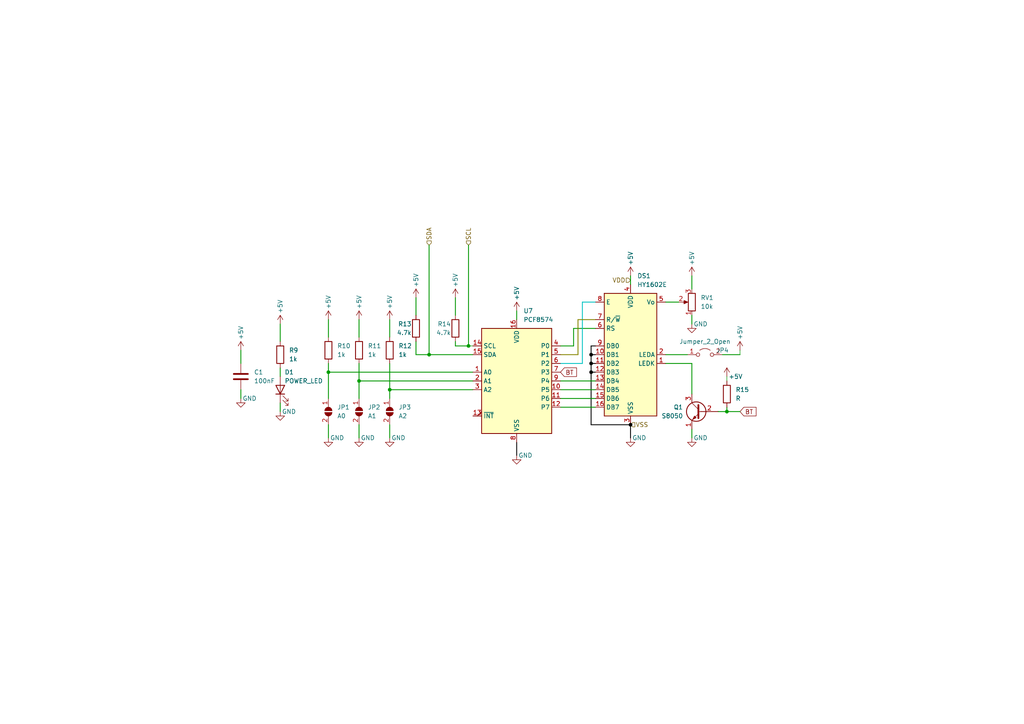
<source format=kicad_sch>
(kicad_sch (version 20231120) (generator "eeschema") (generator_version "8.0")
  (paper "A4")
  (lib_symbols
    (symbol "Device:C" (pin_numbers hide) (pin_names (offset 0.254))
      (property "Reference" "C" (at 0.635 2.54 0))
      (property "Value" "C" (at 0.635 -2.54 0))
      (symbol "C_0_1"
        (polyline (pts (xy -2.032 -0.762) (xy 2.032 -0.762)) (stroke (width 0.508)))
        (polyline (pts (xy -2.032 0.762) (xy 2.032 0.762)) (stroke (width 0.508)))
      )
      (symbol "C_1_1"
        (pin passive line (at 0 3.81 270) (length 2.794) (name "~") (number "1"))
        (pin passive line (at 0 -3.81 90) (length 2.794) (name "~") (number "2"))
      )
    )
    (symbol "Device:LED" (pin_numbers hide) (pin_names (offset 1.016) hide)
      (property "Reference" "D" (at 0 2.54 0))
      (property "Value" "LED" (at 0 -2.54 0))
      (symbol "LED_0_1"
        (polyline (pts (xy -1.27 -1.27) (xy -1.27 1.27)) (stroke (width 0.254)))
        (polyline (pts (xy -1.27 0) (xy 1.27 0)))
        (polyline (pts (xy 1.27 -1.27) (xy 1.27 1.27) (xy -1.27 0) (xy 1.27 -1.27)) (stroke (width 0.254)))
        (polyline (pts (xy -3.048 -0.762) (xy -4.572 -2.286) (xy -3.81 -2.286) (xy -4.572 -2.286) (xy -4.572 -1.524)))
        (polyline (pts (xy -1.778 -0.762) (xy -3.302 -2.286) (xy -2.54 -2.286) (xy -3.302 -2.286) (xy -3.302 -1.524)))
      )
      (symbol "LED_1_1"
        (pin passive line (at -3.81 0 0) (length 2.54) (name "K") (number "1"))
        (pin passive line (at 3.81 0 180) (length 2.54) (name "A") (number "2"))
      )
    )
    (symbol "Device:R" (pin_numbers hide) (pin_names (offset 0))
      (property "Reference" "R" (at 2.032 0 90))
      (property "Value" "R" (at 0 0 90))
      (symbol "R_0_1"
        (rectangle (start -1.016 -2.54) (end 1.016 2.54) (stroke (width 0.254)))
      )
      (symbol "R_1_1"
        (pin passive line (at 0 3.81 270) (length 1.27) (name "~") (number "1"))
        (pin passive line (at 0 -3.81 90) (length 1.27) (name "~") (number "2"))
      )
    )
    (symbol "Device:R_Potentiometer" (pin_names (offset 1.016) hide)
      (property "Reference" "RV" (at -4.445 0 90))
      (property "Value" "R_Potentiometer" (at -2.54 0 90))
      (symbol "R_Potentiometer_0_1"
        (polyline (pts (xy 2.54 0) (xy 1.524 0)))
        (polyline (pts (xy 1.143 0) (xy 2.286 0.508) (xy 2.286 -0.508) (xy 1.143 0)) (fill (type outline)))
        (rectangle (start 1.016 2.54) (end -1.016 -2.54) (stroke (width 0.254)))
      )
      (symbol "R_Potentiometer_1_1"
        (pin passive line (at 0 3.81 270) (length 1.27) (name "1") (number "1"))
        (pin passive line (at 3.81 0 180) (length 1.27) (name "2") (number "2"))
        (pin passive line (at 0 -3.81 90) (length 1.27) (name "3") (number "3"))
      )
    )
    (symbol "Display_Character:HY1602E"
      (property "Reference" "DS" (at -6.096 19.05 0))
      (property "Value" "HY1602E" (at 5.08 19.05 0))
      (symbol "HY1602E_0_1"
        (rectangle (start -7.62 17.78) (end 7.62 -17.78) (stroke (width 0.254)) (fill (type background)))
      )
      (symbol "HY1602E_1_1"
        (pin passive line (at 10.16 -2.54 180) (length 2.54) (name "LEDK") (number "1"))
        (pin bidirectional line (at -10.16 0 0) (length 2.54) (name "DB1") (number "10"))
        (pin bidirectional line (at -10.16 -2.54 0) (length 2.54) (name "DB2") (number "11"))
        (pin bidirectional line (at -10.16 -5.08 0) (length 2.54) (name "DB3") (number "12"))
        (pin bidirectional line (at -10.16 -7.62 0) (length 2.54) (name "DB4") (number "13"))
        (pin bidirectional line (at -10.16 -10.16 0) (length 2.54) (name "DB5") (number "14"))
        (pin bidirectional line (at -10.16 -12.7 0) (length 2.54) (name "DB6") (number "15"))
        (pin bidirectional line (at -10.16 -15.24 0) (length 2.54) (name "DB7") (number "16"))
        (pin passive line (at 10.16 0 180) (length 2.54) (name "LEDA") (number "2"))
        (pin power_in line (at 0 -20.32 90) (length 2.54) (name "VSS") (number "3"))
        (pin power_in line (at 0 20.32 270) (length 2.54) (name "VDD") (number "4"))
        (pin input line (at 10.16 15.24 180) (length 2.54) (name "Vo") (number "5"))
        (pin input line (at -10.16 7.62 0) (length 2.54) (name "RS") (number "6"))
        (pin input line (at -10.16 10.16 0) (length 2.54) (name "R/~{W}") (number "7"))
        (pin input line (at -10.16 15.24 0) (length 2.54) (name "E") (number "8"))
        (pin bidirectional line (at -10.16 2.54 0) (length 2.54) (name "DB0") (number "9"))
      )
    )
    (symbol "Interface_Expansion:PCF8574"
      (property "Reference" "U" (at -8.89 16.51 0))
      (property "Value" "PCF8574" (at 2.54 16.51 0))
      (symbol "PCF8574_0_1"
        (rectangle (start -10.16 15.24) (end 10.16 -15.24) (stroke (width 0.254)) (fill (type background)))
      )
      (symbol "PCF8574_1_1"
        (pin input line (at -12.7 2.54 0) (length 2.54) (name "A0") (number "1"))
        (pin bidirectional line (at 12.7 -2.54 180) (length 2.54) (name "P5") (number "10"))
        (pin bidirectional line (at 12.7 -5.08 180) (length 2.54) (name "P6") (number "11"))
        (pin bidirectional line (at 12.7 -7.62 180) (length 2.54) (name "P7") (number "12"))
        (pin open_collector output_low (at -12.7 -10.16 0) (length 2.54) (name "~{INT}") (number "13"))
        (pin input line (at -12.7 10.16 0) (length 2.54) (name "SCL") (number "14"))
        (pin bidirectional line (at -12.7 7.62 0) (length 2.54) (name "SDA") (number "15"))
        (pin power_in line (at 0 17.78 270) (length 2.54) (name "VDD") (number "16"))
        (pin input line (at -12.7 0 0) (length 2.54) (name "A1") (number "2"))
        (pin input line (at -12.7 -2.54 0) (length 2.54) (name "A2") (number "3"))
        (pin bidirectional line (at 12.7 10.16 180) (length 2.54) (name "P0") (number "4"))
        (pin bidirectional line (at 12.7 7.62 180) (length 2.54) (name "P1") (number "5"))
        (pin bidirectional line (at 12.7 5.08 180) (length 2.54) (name "P2") (number "6"))
        (pin bidirectional line (at 12.7 2.54 180) (length 2.54) (name "P3") (number "7"))
        (pin power_in line (at 0 -17.78 90) (length 2.54) (name "VSS") (number "8"))
        (pin bidirectional line (at 12.7 0 180) (length 2.54) (name "P4") (number "9"))
      )
    )
    (symbol "Jumper:Jumper_2_Open" (pin_names (offset 0) hide)
      (property "Reference" "JP" (at 0 2.794 0))
      (property "Value" "Jumper_2_Open" (at 0 -2.286 0))
      (symbol "Jumper_2_Open_0_0"
        (circle (center -2.032 0) (radius 0.508))
        (circle (center 2.032 0) (radius 0.508))
      )
      (symbol "Jumper_2_Open_0_1"
        (arc (start 1.524 1.27) (mid 0 1.778) (end -1.524 1.27))
      )
      (symbol "Jumper_2_Open_1_1"
        (pin passive line (at -5.08 0 0) (length 2.54) (name "A") (number "1"))
        (pin passive line (at 5.08 0 180) (length 2.54) (name "B") (number "2"))
      )
    )
    (symbol "Jumper:SolderJumper_2_Open" (pin_names (offset 0) hide)
      (property "Reference" "JP" (at 0 2.032 0))
      (property "Value" "SolderJumper_2_Open" (at 0 -2.54 0))
      (symbol "SolderJumper_2_Open_0_1"
        (arc (start -0.254 1.016) (mid -1.2656 0) (end -0.254 -1.016))
        (arc (start -0.254 1.016) (mid -1.2656 0) (end -0.254 -1.016) (fill (type outline)))
        (polyline (pts (xy -0.254 1.016) (xy -0.254 -1.016)))
        (polyline (pts (xy 0.254 1.016) (xy 0.254 -1.016)))
        (arc (start 0.254 -1.016) (mid 1.2656 0) (end 0.254 1.016))
        (arc (start 0.254 -1.016) (mid 1.2656 0) (end 0.254 1.016) (fill (type outline)))
      )
      (symbol "SolderJumper_2_Open_1_1"
        (pin passive line (at -3.81 0 0) (length 2.54) (name "A") (number "1"))
        (pin passive line (at 3.81 0 180) (length 2.54) (name "B") (number "2"))
      )
    )
    (symbol "Transistor_BJT:S8050" (pin_names (offset 0) hide)
      (property "Reference" "Q" (at 5.08 1.905 0))
      (property "Value" "S8050" (at 5.08 0 0))
      (symbol "S8050_0_1"
        (polyline (pts (xy 0 0) (xy 0.635 0)))
        (polyline (pts (xy 0.635 0.635) (xy 2.54 2.54)))
        (polyline (pts (xy 0.635 -0.635) (xy 2.54 -2.54) (xy 2.54 -2.54)))
        (polyline (pts (xy 0.635 1.905) (xy 0.635 -1.905) (xy 0.635 -1.905)) (stroke (width 0.508)))
        (polyline (pts (xy 1.27 -1.778) (xy 1.778 -1.27) (xy 2.286 -2.286) (xy 1.27 -1.778) (xy 1.27 -1.778)) (fill (type outline)))
        (circle (center 1.27 0) (radius 2.8194) (stroke (width 0.254)))
      )
      (symbol "S8050_1_1"
        (pin passive line (at 2.54 -5.08 90) (length 2.54) (name "E") (number "1"))
        (pin input line (at -5.08 0 0) (length 5.08) (name "B") (number "2"))
        (pin passive line (at 2.54 5.08 270) (length 2.54) (name "C") (number "3"))
      )
    )
    (symbol "power:+5V" (power) (pin_names (offset 0))
      (property "Value" "+5V" (at 0 3.556 0))
      (symbol "+5V_0_1"
        (polyline (pts (xy -0.762 1.27) (xy 0 2.54)))
        (polyline (pts (xy 0 0) (xy 0 2.54)))
        (polyline (pts (xy 0 2.54) (xy 0.762 1.27)))
      )
      (symbol "+5V_1_1"
        (pin power_in line (at 0 0 90) (length 0) hide (name "+5V") (number "1"))
      )
    )
    (symbol "power:GND" (power) (pin_names (offset 0))
      (property "Value" "GND" (at 0 -3.81 0))
      (symbol "GND_0_1"
        (polyline (pts (xy 0 0) (xy 0 -1.27) (xy 1.27 -1.27) (xy 0 -2.54) (xy -1.27 -1.27) (xy 0 -1.27)))
      )
      (symbol "GND_1_1"
        (pin power_in line (at 0 0 270) (length 0) hide (name "GND") (number "1"))
      )
    )
  )
  (junction (at 113.03 113.03))
  (junction (at 124.46 102.87))
  (junction (at 95.25 107.95))
  (junction (at 135.89 100.33))
  (junction (at 104.14 110.49))
  (junction (at 210.82 119.38))
  (junction (at 182.88 123.19) (color 0 0 0 1))
  (junction (at 171.45 102.87) (color 0 0 0 1))
  (junction (at 171.45 107.95) (color 0 0 0 1))
  (junction (at 171.45 105.41) (color 0 0 0 1))
  (wire (pts (xy 214.63 101.6) (xy 214.63 102.87)))
  (wire (pts (xy 95.25 92.71) (xy 95.25 97.79)) (stroke (width 0.25)))
  (wire (pts (xy 166.37 100.33) (xy 166.37 95.25)) (stroke (width 0.25)))
  (wire (pts (xy 104.14 110.49) (xy 137.16 110.49)) (stroke (width 0.25)))
  (wire (pts (xy 214.63 102.87) (xy 209.55 102.87)) (stroke (width 0.25)))
  (wire (pts (xy 200.66 91.44) (xy 200.66 93.98)) (stroke (width 0.25)))
  (wire (pts (xy 171.45 102.87) (xy 172.72 102.87)) (stroke (width 0.25) (color 0 0 0 1)))
  (wire (pts (xy 95.25 105.41) (xy 95.25 107.95)) (stroke (width 0.25)))
  (wire (pts (xy 182.88 80.01) (xy 182.88 82.55)) (stroke (width 0.25)))
  (wire (pts (xy 182.88 127) (xy 182.88 123.19)) (stroke (width 0.25) (color 0 0 0 1)))
  (wire (pts (xy 104.14 110.49) (xy 104.14 115.57)) (stroke (width 0.25)))
  (wire (pts (xy 113.03 113.03) (xy 137.16 113.03)) (stroke (width 0.25)))
  (wire (pts (xy 69.85 115.57) (xy 69.85 113.03)) (stroke (width 0.25)))
  (wire (pts (xy 168.91 105.41) (xy 168.91 87.63)) (stroke (width 0.25) (color 0 194 194 1)))
  (wire (pts (xy 104.14 92.71) (xy 104.14 97.79)) (stroke (width 0.25)))
  (wire (pts (xy 81.28 93.98) (xy 81.28 99.06)) (stroke (width 0.25)))
  (wire (pts (xy 149.86 90.17) (xy 149.86 92.71)) (stroke (width 0.25)))
  (wire (pts (xy 113.03 113.03) (xy 113.03 115.57)) (stroke (width 0.25)))
  (wire (pts (xy 172.72 118.11) (xy 162.56 118.11)) (stroke (width 0.25)))
  (wire (pts (xy 210.82 109.22) (xy 210.82 110.49)))
  (wire (pts (xy 162.56 105.41) (xy 168.91 105.41)) (stroke (width 0.25) (color 0 194 194 1)))
  (wire (pts (xy 120.65 102.87) (xy 120.65 99.06)) (stroke (width 0.25)))
  (wire (pts (xy 200.66 80.01) (xy 200.66 83.82)) (stroke (width 0.25)))
  (wire (pts (xy 120.65 86.36) (xy 120.65 91.44)) (stroke (width 0.25)))
  (wire (pts (xy 113.03 127) (xy 113.03 123.19)) (stroke (width 0.25)))
  (wire (pts (xy 104.14 105.41) (xy 104.14 110.49)) (stroke (width 0.25)))
  (wire (pts (xy 214.63 119.38) (xy 210.82 119.38)) (stroke (width 0.25)))
  (wire (pts (xy 172.72 115.57) (xy 162.56 115.57)) (stroke (width 0.25)))
  (wire (pts (xy 167.64 102.87) (xy 167.64 92.71)) (stroke (width 0.25) (color 132 132 0 1)))
  (wire (pts (xy 200.66 127) (xy 200.66 124.46)) (stroke (width 0.25)))
  (wire (pts (xy 135.89 100.33) (xy 137.16 100.33)))
  (wire (pts (xy 210.82 118.11) (xy 210.82 119.38)) (stroke (width 0.25)))
  (wire (pts (xy 171.45 105.41) (xy 172.72 105.41)) (stroke (width 0.25) (color 0 0 0 1)))
  (wire (pts (xy 113.03 92.71) (xy 113.03 97.79)) (stroke (width 0.25)))
  (wire (pts (xy 135.89 71.12) (xy 135.89 100.33)) (stroke (width 0.25)))
  (wire (pts (xy 172.72 100.33) (xy 171.45 100.33)) (stroke (width 0.25) (color 0 0 0 1)))
  (wire (pts (xy 124.46 102.87) (xy 137.16 102.87)) (stroke (width 0.25)))
  (wire (pts (xy 162.56 102.87) (xy 167.64 102.87)) (stroke (width 0.25) (color 132 132 0 1)))
  (wire (pts (xy 172.72 113.03) (xy 162.56 113.03)) (stroke (width 0.25)))
  (wire (pts (xy 193.04 105.41) (xy 200.66 105.41)) (stroke (width 0.25)))
  (wire (pts (xy 132.08 100.33) (xy 135.89 100.33)) (stroke (width 0.25)))
  (wire (pts (xy 124.46 71.12) (xy 124.46 102.87)) (stroke (width 0.25)))
  (wire (pts (xy 193.04 87.63) (xy 196.85 87.63)) (stroke (width 0.25)))
  (wire (pts (xy 171.45 100.33) (xy 171.45 102.87)) (stroke (width 0.25) (color 0 0 0 1)))
  (wire (pts (xy 200.66 105.41) (xy 200.66 114.3)) (stroke (width 0.25)))
  (wire (pts (xy 69.85 101.6) (xy 69.85 105.41)) (stroke (width 0.25)))
  (wire (pts (xy 166.37 95.25) (xy 172.72 95.25)) (stroke (width 0.25)))
  (wire (pts (xy 171.45 107.95) (xy 172.72 107.95)) (stroke (width 0.25) (color 0 0 0 1)))
  (wire (pts (xy 132.08 86.36) (xy 132.08 91.44)) (stroke (width 0.25)))
  (wire (pts (xy 171.45 107.95) (xy 171.45 123.19)) (stroke (width 0.25) (color 0 0 0 1)))
  (wire (pts (xy 193.04 102.87) (xy 199.39 102.87)) (stroke (width 0.25)))
  (wire (pts (xy 81.28 106.68) (xy 81.28 109.22)) (stroke (width 0.25)))
  (wire (pts (xy 171.45 102.87) (xy 171.45 105.41)) (stroke (width 0.25) (color 0 0 0 1)))
  (wire (pts (xy 81.28 119.38) (xy 81.28 116.84)) (stroke (width 0.25)))
  (wire (pts (xy 171.45 123.19) (xy 182.88 123.19)) (stroke (width 0.25) (color 0 0 0 1)))
  (wire (pts (xy 95.25 107.95) (xy 137.16 107.95)) (stroke (width 0.25)))
  (wire (pts (xy 167.64 92.71) (xy 172.72 92.71)) (stroke (width 0.25) (color 132 132 0 1)))
  (wire (pts (xy 132.08 100.33) (xy 132.08 99.06)) (stroke (width 0.25)))
  (wire (pts (xy 113.03 105.41) (xy 113.03 113.03)) (stroke (width 0.25)))
  (wire (pts (xy 171.45 105.41) (xy 171.45 107.95)) (stroke (width 0.25) (color 0 0 0 1)))
  (wire (pts (xy 95.25 107.95) (xy 95.25 115.57)) (stroke (width 0.25)))
  (wire (pts (xy 95.25 127) (xy 95.25 123.19)) (stroke (width 0.25)))
  (wire (pts (xy 168.91 87.63) (xy 172.72 87.63)) (stroke (width 0.25) (color 0 194 194 1)))
  (wire (pts (xy 210.82 119.38) (xy 208.28 119.38)) (stroke (width 0.25)))
  (wire (pts (xy 149.86 132.08) (xy 149.86 128.27)) (stroke (width 0.25) (color 0 0 0 1)))
  (wire (pts (xy 172.72 110.49) (xy 162.56 110.49)) (stroke (width 0.25)))
  (wire (pts (xy 162.56 100.33) (xy 166.37 100.33)) (stroke (width 0.25)))
  (wire (pts (xy 104.14 127) (xy 104.14 123.19)) (stroke (width 0.25)))
  (wire (pts (xy 120.65 102.87) (xy 124.46 102.87)) (stroke (width 0.25)))
  (global_label "BT" (shape input) (at 162.56 107.95 0) (property "Intersheetrefs" "${INTERSHEET_REFS}" (effects (hide yes))))
  (global_label "BT" (shape input) (at 214.63 119.38 0) (property "Intersheetrefs" "${INTERSHEET_REFS}" (effects (hide yes))))
  (hierarchical_label "VDD" (shape input) (at 182.88 81.28 180))
  (hierarchical_label "SCL" (shape input) (at 135.89 71.12 90))
  (hierarchical_label "VSS" (shape input) (at 182.88 123.19 0))
  (hierarchical_label "SDA" (shape input) (at 124.46 71.12 90))
  (symbol (lib_id "power:+5V") (at 200.66 80.01 0) (mirror y) (unit 1)
    (property "Reference" "#PWR039" (effects (hide yes)))
    (property "Value" "+5V" (at 200.66 74.93 90))
  )
  (symbol (lib_id "power:GND") (at 104.14 127 0) (mirror y) (unit 1)
    (property "Reference" "#PWR?" (effects (hide yes)))
    (property "Value" "GND" (at 106.68 127 0))
    (instances (project "MP_v3" (path "" (reference "#PWR?") (unit 1))) (project "press_electrical_prudentia_v1_0" (path "" (reference "#PWR028") (unit 1))))
  )
  (symbol (lib_id "power:+5V") (at 104.14 92.71 0) (mirror y) (unit 1)
    (property "Reference" "#PWR027" (effects (hide yes)))
    (property "Value" "+5V" (at 104.14 87.63 90))
  )
  (symbol (lib_id "Device:R") (at 132.08 95.25 0) (mirror y) (unit 1)
    (property "Reference" "R14" (at 130.81 93.98 0) (effects (justify left)))
    (property "Value" "4.7k" (at 130.81 96.52 0) (effects (justify left)))
  )
  (symbol (lib_id "Device:R") (at 120.65 95.25 0) (mirror y) (unit 1)
    (property "Reference" "R13" (at 119.38 93.98 0) (effects (justify left)))
    (property "Value" "4.7k" (at 119.38 96.52 0) (effects (justify left)))
  )
  (symbol (lib_id "power:+5V") (at 95.25 92.71 0) (mirror y) (unit 1)
    (property "Reference" "#PWR025" (effects (hide yes)))
    (property "Value" "+5V" (at 95.25 87.63 90))
  )
  (symbol (lib_id "power:+5V") (at 132.08 86.36 0) (mirror y) (unit 1)
    (property "Reference" "#PWR032" (effects (hide yes)))
    (property "Value" "+5V" (at 132.08 81.28 90))
  )
  (symbol (lib_id "power:+5V") (at 214.63 101.6 0) (mirror y) (unit 1)
    (property "Reference" "#PWR043" (effects (hide yes)))
    (property "Value" "+5V" (at 214.63 96.52 90))
  )
  (symbol (lib_id "power:GND") (at 182.88 127 0) (mirror y) (unit 1)
    (property "Reference" "#PWR?" (effects (hide yes)))
    (property "Value" "GND" (at 185.42 127 0))
    (instances (project "MP_v3" (path "" (reference "#PWR?") (unit 1))) (project "press_electrical_prudentia_v1_0" (path "" (reference "#PWR038") (unit 1))))
  )
  (symbol (lib_id "Jumper:Jumper_2_Open") (at 204.47 102.87 0) (unit 1)
    (property "Reference" "JP4" (at 209.55 101.6 0))
    (property "Value" "Jumper_2_Open" (at 204.47 99.06 0))
  )
  (symbol (lib_id "power:+5V") (at 113.03 92.71 0) (mirror y) (unit 1)
    (property "Reference" "#PWR029" (effects (hide yes)))
    (property "Value" "+5V" (at 113.03 87.63 90))
  )
  (symbol (lib_id "power:+5V") (at 81.28 93.98 0) (mirror y) (unit 1)
    (property "Reference" "#PWR023" (effects (hide yes)))
    (property "Value" "+5V" (at 81.28 88.9 90))
  )
  (symbol (lib_id "power:GND") (at 113.03 127 0) (mirror y) (unit 1)
    (property "Reference" "#PWR?" (effects (hide yes)))
    (property "Value" "GND" (at 115.57 127 0))
    (instances (project "MP_v3" (path "" (reference "#PWR?") (unit 1))) (project "press_electrical_prudentia_v1_0" (path "" (reference "#PWR030") (unit 1))))
  )
  (symbol (lib_id "Device:LED") (at 81.28 113.03 90) (unit 1)
    (property "Reference" "D1" (at 82.55 107.95 90) (effects (justify right)))
    (property "Value" "POWER_LED" (at 82.55 110.49 90) (effects (justify right)))
  )
  (symbol (lib_id "power:+5V") (at 182.88 80.01 0) (mirror y) (unit 1)
    (property "Reference" "#PWR037" (effects (hide yes)))
    (property "Value" "+5V" (at 182.88 74.93 90))
  )
  (symbol (lib_id "power:GND") (at 81.28 119.38 0) (mirror y) (unit 1)
    (property "Reference" "#PWR?" (effects (hide yes)))
    (property "Value" "GND" (at 83.82 119.38 0))
    (instances (project "MP_v3" (path "" (reference "#PWR?") (unit 1))) (project "press_electrical_prudentia_v1_0" (path "" (reference "#PWR024") (unit 1))))
  )
  (symbol (lib_id "Device:R_Potentiometer") (at 200.66 87.63 180) (unit 1)
    (property "Reference" "RV1" (at 203.2 86.36 0) (effects (justify right)))
    (property "Value" "10k" (at 203.2 88.9 0) (effects (justify right)))
  )
  (symbol (lib_id "Device:R") (at 104.14 101.6 0) (unit 1)
    (property "Reference" "R11" (at 106.68 100.33 0) (effects (justify left)))
    (property "Value" "1k" (at 106.68 102.87 0) (effects (justify left)))
  )
  (symbol (lib_id "Interface_Expansion:PCF8574") (at 149.86 110.49 0) (unit 1)
    (property "Reference" "U7" (at 151.8159 90.17 0) (effects (justify left)))
    (property "Value" "PCF8574" (at 151.8159 92.71 0) (effects (justify left)))
    (property "Datasheet" "http://www.nxp.com/documents/data_sheet/PCF8574_PCF8574A.pdf" (effects (hide yes)))
  )
  (symbol (lib_id "Device:R") (at 81.28 102.87 0) (unit 1)
    (property "Reference" "R9" (at 83.82 101.6 0) (effects (justify left)))
    (property "Value" "1k" (at 83.82 104.14 0) (effects (justify left)))
  )
  (symbol (lib_id "Device:R") (at 210.82 114.3 0) (unit 1)
    (property "Reference" "R15" (at 213.36 113.03 0) (effects (justify left)))
    (property "Value" "R" (at 213.36 115.57 0) (effects (justify left)))
  )
  (symbol (lib_id "Device:R") (at 95.25 101.6 0) (unit 1)
    (property "Reference" "R10" (at 97.79 100.33 0) (effects (justify left)))
    (property "Value" "1k" (at 97.79 102.87 0) (effects (justify left)))
  )
  (symbol (lib_id "power:+5V") (at 69.85 101.6 0) (mirror y) (unit 1)
    (property "Reference" "#PWR021" (effects (hide yes)))
    (property "Value" "+5V" (at 69.85 96.52 90))
  )
  (symbol (lib_id "Jumper:SolderJumper_2_Open") (at 113.03 119.38 270) (unit 1)
    (property "Reference" "JP3" (at 115.57 118.11 90) (effects (justify left)))
    (property "Value" "A2" (at 115.57 120.65 90) (effects (justify left)))
  )
  (symbol (lib_id "power:GND") (at 69.85 115.57 0) (mirror y) (unit 1)
    (property "Reference" "#PWR?" (effects (hide yes)))
    (property "Value" "GND" (at 72.39 115.57 0))
    (instances (project "MP_v3" (path "" (reference "#PWR?") (unit 1))) (project "press_electrical_prudentia_v1_0" (path "" (reference "#PWR022") (unit 1))))
  )
  (symbol (lib_id "power:+5V") (at 210.82 109.22 0) (mirror y) (unit 1)
    (property "Reference" "#PWR042" (effects (hide yes)))
    (property "Value" "+5V" (at 213.36 109.22 0))
  )
  (symbol (lib_id "Jumper:SolderJumper_2_Open") (at 95.25 119.38 270) (unit 1)
    (property "Reference" "JP1" (at 97.79 118.11 90) (effects (justify left)))
    (property "Value" "A0" (at 97.79 120.65 90) (effects (justify left)))
  )
  (symbol (lib_id "Jumper:SolderJumper_2_Open") (at 104.14 119.38 270) (unit 1)
    (property "Reference" "JP2" (at 106.68 118.11 90) (effects (justify left)))
    (property "Value" "A1" (at 106.68 120.65 90) (effects (justify left)))
  )
  (symbol (lib_id "Device:C") (at 69.85 109.22 0) (unit 1)
    (property "Reference" "C1" (at 73.66 107.95 0) (effects (justify left)))
    (property "Value" "100nF" (at 73.66 110.49 0) (effects (justify left)))
  )
  (symbol (lib_id "power:GND") (at 200.66 127 0) (mirror y) (unit 1)
    (property "Reference" "#PWR?" (effects (hide yes)))
    (property "Value" "GND" (at 203.2 127 0))
    (instances (project "MP_v3" (path "" (reference "#PWR?") (unit 1))) (project "press_electrical_prudentia_v1_0" (path "" (reference "#PWR041") (unit 1))))
  )
  (symbol (lib_id "Device:R") (at 113.03 101.6 0) (unit 1)
    (property "Reference" "R12" (at 115.57 100.33 0) (effects (justify left)))
    (property "Value" "1k" (at 115.57 102.87 0) (effects (justify left)))
  )
  (symbol (lib_id "Transistor_BJT:S8050") (at 203.2 119.38 0) (mirror y) (unit 1)
    (property "Reference" "Q1" (at 198.12 118.11 0) (effects (justify left)))
    (property "Value" "S8050" (at 198.12 120.65 0) (effects (justify left)))
    (property "Footprint" "Package_TO_SOT_THT:TO-92_Inline" (effects (hide yes)))
    (property "Datasheet" "http://www.unisonic.com.tw/datasheet/S8050.pdf" (effects (hide yes)))
  )
  (symbol (lib_id "Display_Character:HY1602E") (at 182.88 102.87 0) (unit 1)
    (property "Reference" "DS1" (at 184.8359 80.01 0) (effects (justify left)))
    (property "Value" "HY1602E" (at 184.8359 82.55 0) (effects (justify left)))
    (property "Footprint" "Display:HY1602E" (effects (hide yes)))
    (property "Datasheet" "http://www.icbank.com/data/ICBShop/board/HY1602E.pdf" (effects (hide yes)))
  )
  (symbol (lib_id "power:+5V") (at 120.65 86.36 0) (mirror y) (unit 1)
    (property "Reference" "#PWR031" (effects (hide yes)))
    (property "Value" "+5V" (at 120.65 81.28 90))
  )
  (symbol (lib_id "power:GND") (at 95.25 127 0) (mirror y) (unit 1)
    (property "Reference" "#PWR?" (effects (hide yes)))
    (property "Value" "GND" (at 97.79 127 0))
    (instances (project "MP_v3" (path "" (reference "#PWR?") (unit 1))) (project "press_electrical_prudentia_v1_0" (path "" (reference "#PWR026") (unit 1))))
  )
  (symbol (lib_id "power:GND") (at 200.66 93.98 0) (mirror y) (unit 1)
    (property "Reference" "#PWR?" (effects (hide yes)))
    (property "Value" "GND" (at 203.2 93.98 0))
    (instances (project "MP_v3" (path "" (reference "#PWR?") (unit 1))) (project "press_electrical_prudentia_v1_0" (path "" (reference "#PWR040") (unit 1))))
  )
  (symbol (lib_id "power:+5V") (at 149.86 90.17 0) (mirror y) (unit 1)
    (property "Reference" "#PWR035" (effects (hide yes)))
    (property "Value" "+5V" (at 149.86 85.09 90))
  )
  (symbol (lib_id "power:GND") (at 149.86 132.08 0) (mirror y) (unit 1)
    (property "Reference" "#PWR?" (effects (hide yes)))
    (property "Value" "GND" (at 152.4 132.08 0))
    (instances (project "MP_v3" (path "" (reference "#PWR?") (unit 1))) (project "press_electrical_prudentia_v1_0" (path "" (reference "#PWR036") (unit 1))))
  )
)
</source>
